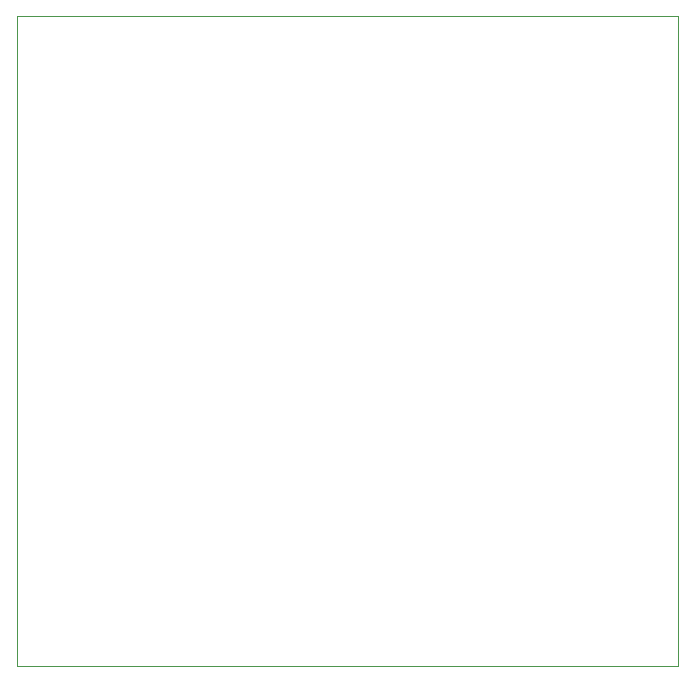
<source format=gbr>
%TF.GenerationSoftware,Altium Limited,Altium Designer,22.2.1 (43)*%
G04 Layer_Color=0*
%FSLAX43Y43*%
%MOMM*%
%TF.SameCoordinates,12936C2D-F9F3-4D5E-B855-D0F9E265F173*%
%TF.FilePolarity,Positive*%
%TF.FileFunction,Profile,NP*%
%TF.Part,Single*%
G01*
G75*
%TA.AperFunction,Profile*%
%ADD27C,0.025*%
D27*
X0Y0D02*
Y55000D01*
X56000D01*
Y0D01*
X0D01*
%TF.MD5,a2b5c8c9a95ca2a8392d80fd84cc9bab*%
M02*

</source>
